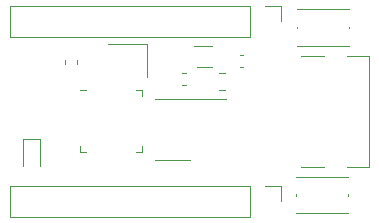
<source format=gbr>
%TF.GenerationSoftware,KiCad,Pcbnew,(6.0.0)*%
%TF.CreationDate,2022-01-12T23:40:10-08:00*%
%TF.ProjectId,lofive-unchained,6c6f6669-7665-42d7-956e-636861696e65,rev?*%
%TF.SameCoordinates,Original*%
%TF.FileFunction,Legend,Top*%
%TF.FilePolarity,Positive*%
%FSLAX46Y46*%
G04 Gerber Fmt 4.6, Leading zero omitted, Abs format (unit mm)*
G04 Created by KiCad (PCBNEW (6.0.0)) date 2022-01-12 23:40:10*
%MOMM*%
%LPD*%
G01*
G04 APERTURE LIST*
%ADD10C,0.120000*%
G04 APERTURE END LIST*
D10*
%TO.C,U1*%
X129203600Y-78378200D02*
X129203600Y-77903200D01*
X124458600Y-73158200D02*
X123983600Y-73158200D01*
X129203600Y-73158200D02*
X129203600Y-73633200D01*
X128728600Y-73158200D02*
X129203600Y-73158200D01*
X123983600Y-78378200D02*
X123983600Y-77903200D01*
X124458600Y-78378200D02*
X123983600Y-78378200D01*
X128728600Y-78378200D02*
X129203600Y-78378200D01*
%TO.C,U2*%
X133324600Y-79089400D02*
X130324600Y-79089400D01*
X136324600Y-73869400D02*
X130324600Y-73869400D01*
%TO.C,J3*%
X142683200Y-79632600D02*
X144683200Y-79632600D01*
X146583200Y-79632600D02*
X148483200Y-79632600D01*
X142683200Y-70232600D02*
X144683200Y-70232600D01*
X148483200Y-79632600D02*
X148483200Y-70232600D01*
X146583200Y-70232600D02*
X148483200Y-70232600D01*
%TO.C,L3*%
X135733022Y-71680000D02*
X136250178Y-71680000D01*
X135733022Y-73100000D02*
X136250178Y-73100000D01*
%TO.C,U3*%
X135193800Y-71181800D02*
X133893800Y-71181800D01*
X133643800Y-69381800D02*
X135193800Y-69381800D01*
%TO.C,C13*%
X132953979Y-72671400D02*
X132628421Y-72671400D01*
X132953979Y-71651400D02*
X132628421Y-71651400D01*
%TO.C,C14*%
X137505221Y-71147400D02*
X137830779Y-71147400D01*
X137505221Y-70127400D02*
X137830779Y-70127400D01*
%TO.C,J1*%
X118040000Y-65980000D02*
X118040000Y-68640000D01*
X138420000Y-65980000D02*
X118040000Y-65980000D01*
X139690000Y-65980000D02*
X141020000Y-65980000D01*
X138420000Y-65980000D02*
X138420000Y-68640000D01*
X138420000Y-68640000D02*
X118040000Y-68640000D01*
X141020000Y-65980000D02*
X141020000Y-67310000D01*
%TO.C,Y1*%
X129629200Y-72023200D02*
X129629200Y-69223200D01*
X129629200Y-69223200D02*
X126329200Y-69223200D01*
%TO.C,J2*%
X139690000Y-81220000D02*
X141020000Y-81220000D01*
X138420000Y-83880000D02*
X118040000Y-83880000D01*
X141020000Y-81220000D02*
X141020000Y-82550000D01*
X138420000Y-81220000D02*
X118040000Y-81220000D01*
X138420000Y-81220000D02*
X138420000Y-83880000D01*
X118040000Y-81220000D02*
X118040000Y-83880000D01*
%TO.C,C4*%
X123764800Y-70912979D02*
X123764800Y-70587421D01*
X122744800Y-70912979D02*
X122744800Y-70587421D01*
%TO.C,SW2*%
X142326000Y-69393400D02*
X146726000Y-69393400D01*
X146726000Y-67893400D02*
X146726000Y-67793400D01*
X142326000Y-67893400D02*
X142326000Y-67793400D01*
X146726000Y-66293400D02*
X142326000Y-66293400D01*
%TO.C,D1*%
X120597600Y-77255000D02*
X119127600Y-77255000D01*
X119127600Y-77255000D02*
X119127600Y-79540000D01*
X120597600Y-79540000D02*
X120597600Y-77255000D01*
%TO.C,SW1*%
X142300600Y-83566600D02*
X146700600Y-83566600D01*
X142300600Y-82066600D02*
X142300600Y-81966600D01*
X146700600Y-82066600D02*
X146700600Y-81966600D01*
X146700600Y-80466600D02*
X142300600Y-80466600D01*
%TD*%
M02*

</source>
